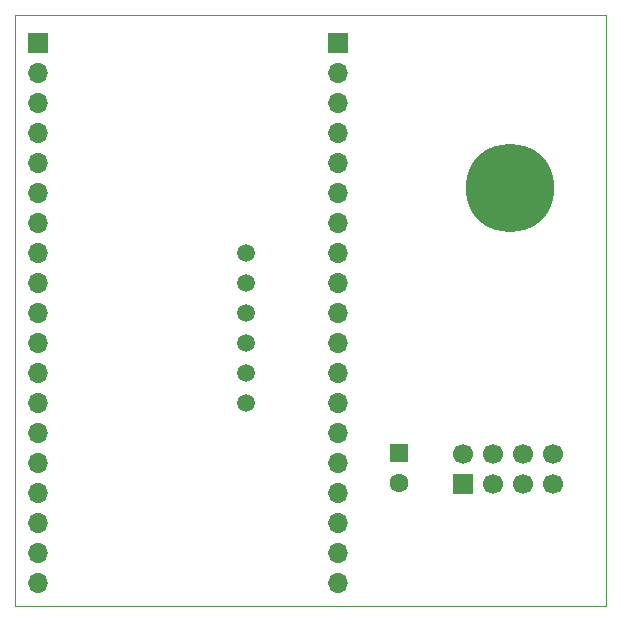
<source format=gbr>
%TF.GenerationSoftware,KiCad,Pcbnew,6.0.7-f9a2dced07~116~ubuntu20.04.1*%
%TF.CreationDate,2022-10-21T17:12:48+02:00*%
%TF.ProjectId,openDTU,6f70656e-4454-4552-9e6b-696361645f70,rev?*%
%TF.SameCoordinates,PX729cd20PY72d18e0*%
%TF.FileFunction,Soldermask,Top*%
%TF.FilePolarity,Negative*%
%FSLAX46Y46*%
G04 Gerber Fmt 4.6, Leading zero omitted, Abs format (unit mm)*
G04 Created by KiCad (PCBNEW 6.0.7-f9a2dced07~116~ubuntu20.04.1) date 2022-10-21 17:12:48*
%MOMM*%
%LPD*%
G01*
G04 APERTURE LIST*
%TA.AperFunction,Profile*%
%ADD10C,0.100000*%
%TD*%
%ADD11C,1.500000*%
%ADD12C,4.700000*%
%ADD13C,7.500000*%
%ADD14R,1.700000X1.700000*%
%ADD15O,1.700000X1.700000*%
%ADD16R,1.600000X1.600000*%
%ADD17C,1.600000*%
%ADD18C,1.700000*%
G04 APERTURE END LIST*
D10*
X0Y50000000D02*
X50000000Y50000000D01*
X50000000Y50000000D02*
X50000000Y0D01*
X50000000Y0D02*
X0Y0D01*
X0Y0D02*
X0Y50000000D01*
D11*
%TO.C,TP6*%
X19520000Y17145000D03*
%TD*%
%TO.C,TP5*%
X19520000Y19685000D03*
%TD*%
%TO.C,TP4*%
X19520000Y22225000D03*
%TD*%
%TO.C,TP3*%
X19520000Y24765000D03*
%TD*%
%TO.C,TP2*%
X19520000Y27305000D03*
%TD*%
%TO.C,TP1*%
X19520000Y29845000D03*
%TD*%
D12*
%TO.C,REF\u002A\u002A*%
X41872000Y35356800D03*
D13*
X41872000Y35356800D03*
%TD*%
D14*
%TO.C,U1*%
X1939000Y47657000D03*
D15*
X1939000Y45117000D03*
X1939000Y42577000D03*
X1939000Y40037000D03*
X1939000Y37497000D03*
X1939000Y34957000D03*
X1939000Y32417000D03*
X1939000Y29877000D03*
X1939000Y27337000D03*
X1939000Y24797000D03*
X1939000Y22257000D03*
X1939000Y19717000D03*
X1939000Y17177000D03*
X1939000Y14637000D03*
X1939000Y12097000D03*
X1939000Y9557000D03*
X1939000Y7017000D03*
X1939000Y4477000D03*
X1939000Y1937000D03*
X27339000Y1937000D03*
X27339000Y4477000D03*
X27339000Y7017000D03*
X27339000Y9557000D03*
X27339000Y12097000D03*
X27339000Y14637000D03*
X27339000Y17177000D03*
X27339000Y19717000D03*
X27339000Y22257000D03*
X27339000Y24797000D03*
X27339000Y27337000D03*
X27339000Y29877000D03*
X27339000Y32417000D03*
X27339000Y34957000D03*
X27339000Y37497000D03*
X27339000Y40037000D03*
X27339000Y42577000D03*
X27339000Y45117000D03*
D14*
X27339000Y47657000D03*
%TD*%
D16*
%TO.C,C1*%
X32499400Y12891779D03*
D17*
X32499400Y10391779D03*
%TD*%
D14*
%TO.C,U2*%
X37880000Y10319000D03*
D18*
X37880000Y12859000D03*
X40420000Y10319000D03*
X40420000Y12859000D03*
X42960000Y10319000D03*
X42960000Y12859000D03*
X45500000Y10319000D03*
X45500000Y12859000D03*
%TD*%
M02*

</source>
